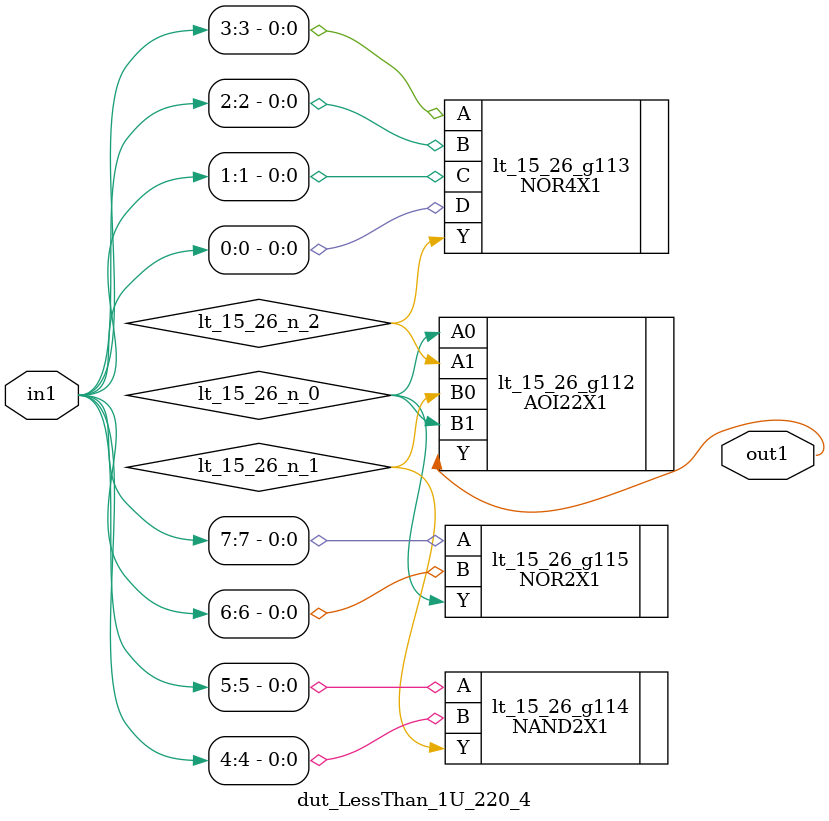
<source format=v>
`timescale 1ps / 1ps


module dut_LessThan_1U_220_4(in1, out1);
  input [7:0] in1;
  output out1;
  wire [7:0] in1;
  wire out1;
  wire lt_15_26_n_0, lt_15_26_n_1, lt_15_26_n_2;
  AOI22X1 lt_15_26_g112(.A0 (lt_15_26_n_0), .A1 (lt_15_26_n_2), .B0
       (lt_15_26_n_1), .B1 (lt_15_26_n_0), .Y (out1));
  NOR4X1 lt_15_26_g113(.A (in1[3]), .B (in1[2]), .C (in1[1]), .D
       (in1[0]), .Y (lt_15_26_n_2));
  NAND2X1 lt_15_26_g114(.A (in1[5]), .B (in1[4]), .Y (lt_15_26_n_1));
  NOR2X1 lt_15_26_g115(.A (in1[7]), .B (in1[6]), .Y (lt_15_26_n_0));
endmodule



</source>
